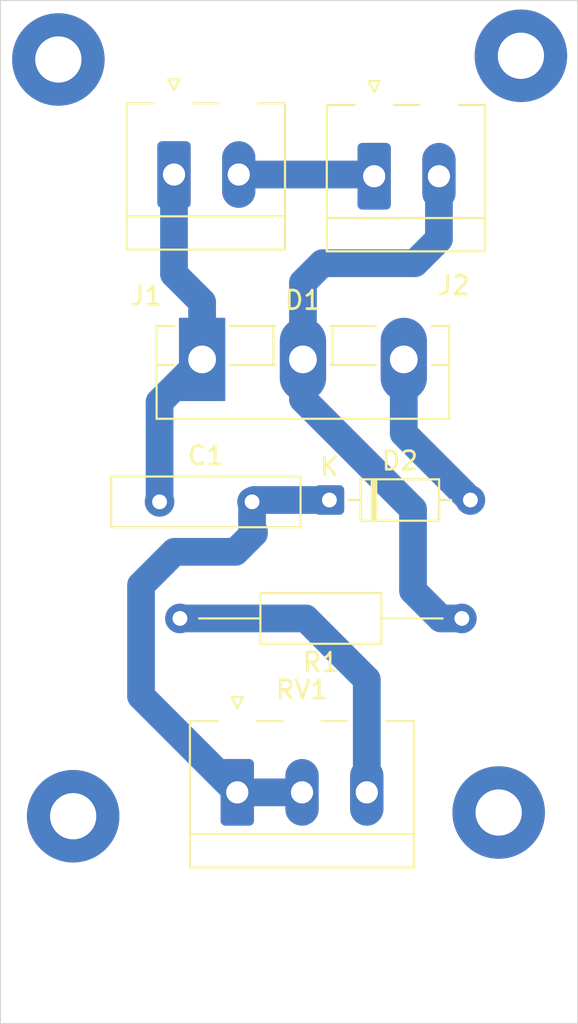
<source format=kicad_pcb>
(kicad_pcb (version 20241229) (generator "pcbnew") (generator_version "9.0")
  (title_block (title "Regulador de potencia") (date "2025-12-17") (rev "1.0") (company "Kits de electronica"))
  (layers (0 "F.Cu" signal) (2 "B.Cu" signal) (13 "F.Paste" user) (15 "B.Paste" user) (5 "F.SilkS" user "F.Silkscreen") (7 "B.SilkS" user "B.Silkscreen") (1 "F.Mask" user) (3 "B.Mask" user) (25 "Edge.Cuts" user))
  (net 0 "")
  (net 1 "Net-(D2-K)")
  (net 2 "Net-(D1-A1)")
  (net 3 "Net-(D1-A2)")
  (net 4 "Net-(D1-G)")
  (net 5 "Net-(J1-Pin_2)")
  (net 6 "Net-(R1-Pad2)")
  (footprint "missimbolos:pad" (layer "F.Cu") (at 155.6 58.4)
    (property "Reference" "PadPlaca2" (hide yes))
    (property "Value" "~" (hide yes))
    (pad "1" thru_hole circle (at 0.03 -0.01) (size 5 5) (drill 2.5) (layers "*.Cu" "*.Mask"))
  )
  (footprint "Conectores_screw:PhoenixContact_MKDS_1,5_3-19325191-1x03_P3.50mm" (layer "F.Cu") (at 140.3 95.66)
    (property "Reference" "RV1" (at 3.5 -3 0) (layer "F.SilkS"))
    (property "Value" "470K")
    (fp_line (start -2.56 -1.31) (end -2.56 6.6) (stroke (width 0.12)) (layer "F.SilkS"))
    (fp_line (start -2.56 -1.31) (end -1.05 -1.31) (stroke (width 0.12)) (layer "F.SilkS"))
    (fp_line (start -2.56 4.8) (end 9.56 4.8) (stroke (width 0.12)) (layer "F.SilkS"))
    (fp_line (start -2.56 6.6) (end 9.5 6.6) (stroke (width 0.12)) (layer "F.SilkS"))
    (fp_line (start -0.3 -2.6) (end 0.3 -2.6) (stroke (width 0.12)) (layer "F.SilkS"))
    (fp_line (start 0 -2) (end -0.3 -2.6) (stroke (width 0.12)) (layer "F.SilkS"))
    (fp_line (start 0.3 -2.6) (end 0 -2) (stroke (width 0.12)) (layer "F.SilkS"))
    (fp_line (start 1.05 -1.31) (end 2.45 -1.31) (stroke (width 0.12)) (layer "F.SilkS"))
    (fp_line (start 4.55 -1.31) (end 5.95 -1.31) (stroke (width 0.12)) (layer "F.SilkS"))
    (fp_line (start 9.56 -1.31) (end 8.05 -1.31) (stroke (width 0.12)) (layer "F.SilkS"))
    (fp_line (start 9.56 6.6) (end 9.56 -1.31) (stroke (width 0.12)) (layer "F.SilkS"))
    (pad "1" thru_hole roundrect (at 0 2.54) (size 1.8 3.6) (drill 1.2) (layers "*.Cu" "*.Mask") (roundrect_rratio 0.138889) (net 1 "Net-(D2-K)"))
    (pad "2" thru_hole oval (at 3.5 2.54) (size 1.8 3.6) (drill 1.2) (layers "*.Cu" "*.Mask") (net 1 "Net-(D2-K)"))
    (pad "3" thru_hole oval (at 7 2.54) (size 1.8 3.6) (drill 1.2) (layers "*.Cu" "*.Mask") (net 6 "Net-(R1-Pad2)"))
  )
  (footprint "missimbolos:pad" (layer "F.Cu") (at 131.4 99.5)
    (property "Reference" "PadPlaca4" (hide yes))
    (property "Value" "~" (hide yes))
    (pad "1" thru_hole circle (at 0.03 -0.01) (size 5 5) (drill 2.5) (layers "*.Cu" "*.Mask"))
  )
  (footprint "Capacitor_THT:C_Disc_D10.0mm_W2.5mm_P5.00mm" (layer "F.Cu") (at 136.1 82.5)
    (property "Reference" "C1" (at 2.5 -2.5 0) (layer "F.SilkS"))
    (property "Value" "100nF")
    (fp_line (start -2.62 -1.37) (end -2.62 1.37) (stroke (width 0.12)) (layer "F.SilkS"))
    (fp_line (start -2.62 -1.37) (end 7.62 -1.37) (stroke (width 0.12)) (layer "F.SilkS"))
    (fp_line (start -2.62 1.37) (end 7.62 1.37) (stroke (width 0.12)) (layer "F.SilkS"))
    (fp_line (start 7.62 -1.37) (end 7.62 1.37) (stroke (width 0.12)) (layer "F.SilkS"))
    (pad "1" thru_hole circle (at 0 0) (size 1.6 1.6) (drill 0.8) (layers "*.Cu" "*.Mask") (net 2 "Net-(D1-A1)"))
    (pad "2" thru_hole circle (at 5 0) (size 1.6 1.6) (drill 0.8) (layers "*.Cu" "*.Mask") (net 1 "Net-(D2-K)"))
  )
  (footprint "Conectores_screw:PhoenixContact_MKDS_1,5_2-1727010-1x02_P3.50mm" (layer "F.Cu") (at 147.7 62.36)
    (property "Reference" "J2" (at 4.3 8.44 0) (layer "F.SilkS"))
    (property "Value" "OUTPUT")
    (fp_line (start -2.56 -1.31) (end -2.56 6.6) (stroke (width 0.12)) (layer "F.SilkS"))
    (fp_line (start -2.56 -1.31) (end -1.05 -1.31) (stroke (width 0.12)) (layer "F.SilkS"))
    (fp_line (start -2.56 4.8) (end 6 4.8) (stroke (width 0.12)) (layer "F.SilkS"))
    (fp_line (start -2.56 6.6) (end 6 6.6) (stroke (width 0.12)) (layer "F.SilkS"))
    (fp_line (start -0.3 -2.6) (end 0.3 -2.6) (stroke (width 0.12)) (layer "F.SilkS"))
    (fp_line (start 0 -2) (end -0.3 -2.6) (stroke (width 0.12)) (layer "F.SilkS"))
    (fp_line (start 0.3 -2.6) (end 0 -2) (stroke (width 0.12)) (layer "F.SilkS"))
    (fp_line (start 1.05 -1.31) (end 2.45 -1.31) (stroke (width 0.12)) (layer "F.SilkS"))
    (fp_line (start 4.55 -1.31) (end 6 -1.31) (stroke (width 0.12)) (layer "F.SilkS"))
    (fp_line (start 6 6.6) (end 6 -1.31) (stroke (width 0.12)) (layer "F.SilkS"))
    (pad "1" thru_hole roundrect (at 0 2.54) (size 1.8 3.6) (drill 1.2) (layers "*.Cu" "*.Mask") (roundrect_rratio 0.138889) (net 5 "Net-(J1-Pin_2)"))
    (pad "2" thru_hole oval (at 3.5 2.54) (size 1.8 3.6) (drill 1.2) (layers "*.Cu" "*.Mask") (net 3 "Net-(D1-A2)"))
  )
  (footprint "Conectores_screw:PhoenixContact_MKDS_1,5_2-1727010-1x02_P3.50mm" (layer "F.Cu") (at 136.88 62.2675)
    (property "Reference" "J1" (at -1.5 9.1 0) (layer "F.SilkS"))
    (property "Value" "INPUT")
    (fp_line (start -2.56 -1.31) (end -2.56 6.6) (stroke (width 0.12)) (layer "F.SilkS"))
    (fp_line (start -2.56 -1.31) (end -1.05 -1.31) (stroke (width 0.12)) (layer "F.SilkS"))
    (fp_line (start -2.56 4.8) (end 6 4.8) (stroke (width 0.12)) (layer "F.SilkS"))
    (fp_line (start -2.56 6.6) (end 6 6.6) (stroke (width 0.12)) (layer "F.SilkS"))
    (fp_line (start -0.3 -2.6) (end 0.3 -2.6) (stroke (width 0.12)) (layer "F.SilkS"))
    (fp_line (start 0 -2) (end -0.3 -2.6) (stroke (width 0.12)) (layer "F.SilkS"))
    (fp_line (start 0.3 -2.6) (end 0 -2) (stroke (width 0.12)) (layer "F.SilkS"))
    (fp_line (start 1.05 -1.31) (end 2.45 -1.31) (stroke (width 0.12)) (layer "F.SilkS"))
    (fp_line (start 4.55 -1.31) (end 6 -1.31) (stroke (width 0.12)) (layer "F.SilkS"))
    (fp_line (start 6 6.6) (end 6 -1.31) (stroke (width 0.12)) (layer "F.SilkS"))
    (pad "1" thru_hole roundrect (at 0 2.54) (size 1.8 3.6) (drill 1.2) (layers "*.Cu" "*.Mask") (roundrect_rratio 0.138889) (net 2 "Net-(D1-A1)"))
    (pad "2" thru_hole oval (at 3.5 2.54) (size 1.8 3.6) (drill 1.2) (layers "*.Cu" "*.Mask") (net 5 "Net-(J1-Pin_2)"))
  )
  (footprint "Diode_THT:D_DO-35_SOD27_P7.62mm_Horizontal" (layer "F.Cu") (at 145.28 82.4)
    (property "Reference" "D2" (at 3.81 -2.12 0) (layer "F.SilkS"))
    (property "Value" "DB3")
    (fp_line (start 1.04 0) (end 1.69 0) (stroke (width 0.12)) (layer "F.SilkS"))
    (fp_line (start 2.29 -1.12) (end 2.29 1.12) (stroke (width 0.12)) (layer "F.SilkS"))
    (fp_line (start 2.41 -1.12) (end 2.41 1.12) (stroke (width 0.12)) (layer "F.SilkS"))
    (fp_line (start 2.53 -1.12) (end 2.53 1.12) (stroke (width 0.12)) (layer "F.SilkS"))
    (fp_line (start 6.58 0) (end 5.93 0) (stroke (width 0.12)) (layer "F.SilkS"))
    (fp_rect (start 1.69 -1.12) (end 5.93 1.12) (stroke (width 0.12)) (fill no) (layer "F.SilkS"))
    (fp_text user "K" (at 0 -1.8 0) (layer "F.SilkS"))
    (pad "1" thru_hole roundrect (at 0 0) (size 1.6 1.6) (drill 0.8) (layers "*.Cu" "*.Mask") (roundrect_rratio 0.15625) (net 1 "Net-(D2-K)"))
    (pad "2" thru_hole circle (at 7.62 0) (size 1.6 1.6) (drill 0.8) (layers "*.Cu" "*.Mask") (net 4 "Net-(D1-G)"))
  )
  (footprint "Package_TO_SOT_THT:TO-3PB-3_Vertical" (layer "F.Cu") (at 138.4 74.8)
    (property "Reference" "D1" (at 5.45 -3.2 0) (layer "F.SilkS"))
    (property "Value" "JST41Z-800")
    (fp_line (start -2.46 -1.81) (end -2.46 3.21) (stroke (width 0.12)) (layer "F.SilkS"))
    (fp_line (start -2.46 -1.81) (end -1.51 -1.81) (stroke (width 0.12)) (layer "F.SilkS"))
    (fp_line (start -2.46 0.3) (end -1.51 0.3) (stroke (width 0.12)) (layer "F.SilkS"))
    (fp_line (start -2.46 3.21) (end 13.36 3.21) (stroke (width 0.12)) (layer "F.SilkS"))
    (fp_line (start 1.51 -1.81) (end 3.94 -1.81) (stroke (width 0.12)) (layer "F.SilkS"))
    (fp_line (start 1.51 0.3) (end 3.94 0.3) (stroke (width 0.12)) (layer "F.SilkS"))
    (fp_line (start 3.85 -1.81) (end 3.85 0.3) (stroke (width 0.12)) (layer "F.SilkS"))
    (fp_line (start 6.96 -1.81) (end 9.39 -1.81) (stroke (width 0.12)) (layer "F.SilkS"))
    (fp_line (start 6.96 0.3) (end 9.39 0.3) (stroke (width 0.12)) (layer "F.SilkS"))
    (fp_line (start 7.05 -1.81) (end 7.05 0.3) (stroke (width 0.12)) (layer "F.SilkS"))
    (fp_line (start 12.41 -1.81) (end 13.36 -1.81) (stroke (width 0.12)) (layer "F.SilkS"))
    (fp_line (start 12.41 0.3) (end 13.36 0.3) (stroke (width 0.12)) (layer "F.SilkS"))
    (fp_line (start 13.36 -1.81) (end 13.36 3.21) (stroke (width 0.12)) (layer "F.SilkS"))
    (pad "1" thru_hole rect (at 0 0) (size 2.5 4.5) (drill 1.5) (layers "*.Cu" "*.Mask") (net 2 "Net-(D1-A1)"))
    (pad "2" thru_hole oval (at 5.45 0) (size 2.5 4.5) (drill 1.5) (layers "*.Cu" "*.Mask") (net 3 "Net-(D1-A2)"))
    (pad "3" thru_hole oval (at 10.9 0) (size 2.5 4.5) (drill 1.5) (layers "*.Cu" "*.Mask") (net 4 "Net-(D1-G)"))
  )
  (footprint "missimbolos:pad" (layer "F.Cu") (at 154.4 99.3)
    (property "Reference" "PadPlaca3" (hide yes))
    (property "Value" "~" (hide yes))
    (pad "1" thru_hole circle (at 0.03 -0.01) (size 5 5) (drill 2.5) (layers "*.Cu" "*.Mask"))
  )
  (footprint "missimbolos:pad" (layer "F.Cu") (at 130.6 58.6)
    (property "Reference" "PadPlaca1" (hide yes))
    (property "Value" "~" (hide yes))
    (pad "1" thru_hole circle (at 0.03 -0.01) (size 5 5) (drill 2.5) (layers "*.Cu" "*.Mask"))
  )
  (footprint "Resistor_THT:R_Axial_DIN0207_L6.3mm_D2.5mm_P15.24mm_Horizontal" (layer "F.Cu") (at 152.44 88.8 180)
    (property "Reference" "R1" (at 7.62 -2.37 0) (layer "F.SilkS"))
    (property "Value" "10K/2W")
    (fp_line (start 14.2 0) (end 10.89 0) (stroke (width 0.12)) (layer "F.SilkS"))
    (fp_line (start 1.04 0) (end 4.35 0) (stroke (width 0.12)) (layer "F.SilkS"))
    (fp_rect (start 4.35 -1.37) (end 10.89 1.37) (stroke (width 0.12)) (fill no) (layer "F.SilkS"))
    (pad "1" thru_hole circle (at 0 0 180) (size 1.6 1.6) (drill 0.8) (layers "*.Cu" "*.Mask") (net 3 "Net-(D1-A2)"))
    (pad "2" thru_hole circle (at 15.24 0 180) (size 1.6 1.6) (drill 0.8) (layers "*.Cu" "*.Mask") (net 6 "Net-(R1-Pad2)"))
  )
  (gr_rect (start 127.5 55.4) (end 158.7 110.7) (stroke (width 0.05)) (fill no) (layer "Edge.Cuts"))
  (segment (start 141.2 82.4) (end 141.1 82.5) (width 1.5) (layer "B.Cu") (net 1))
  (segment (start 141.2 84.2) (end 141.2 84.1) (width 1.5) (layer "B.Cu") (net 1))
  (segment (start 140.2 85.2) (end 141.2 84.2) (width 1.5) (layer "B.Cu") (net 1))
  (segment (start 141.1 84) (end 141.1 82.5) (width 1.5) (layer "B.Cu") (net 1))
  (segment (start 140.3 98.2) (end 135.1 93) (width 1.5) (layer "B.Cu") (net 1))
  (segment (start 145.28 82.4) (end 141.2 82.4) (width 1.5) (layer "B.Cu") (net 1))
  (segment (start 143.8 98.2) (end 140.3 98.2) (width 1.5) (layer "B.Cu") (net 1))
  (segment (start 135.1 87) (end 136.9 85.2) (width 1.5) (layer "B.Cu") (net 1))
  (segment (start 136.9 85.2) (end 140.2 85.2) (width 1.5) (layer "B.Cu") (net 1))
  (segment (start 141.2 84.1) (end 141.1 84) (width 1.5) (layer "B.Cu") (net 1))
  (segment (start 135.1 93) (end 135.1 87) (width 1.5) (layer "B.Cu") (net 1))
  (segment (start 136.1 77.1) (end 138.4 74.8) (width 1.5) (layer "B.Cu") (net 2))
  (segment (start 136.1 82.5) (end 136.1 77.1) (width 1.5) (layer "B.Cu") (net 2))
  (segment (start 138.4 71.7) (end 136.88 70.18) (width 1.5) (layer "B.Cu") (net 2))
  (segment (start 136.88 70.18) (end 136.88 64.8075) (width 1.5) (layer "B.Cu") (net 2))
  (segment (start 138.4 74.8) (end 138.4 71.7) (width 1.5) (layer "B.Cu") (net 2))
  (segment (start 149.8 87.3) (end 151.3 88.8) (width 1.5) (layer "B.Cu") (net 3))
  (segment (start 143.85 70.65) (end 143.85 74.8) (width 1.5) (layer "B.Cu") (net 3))
  (segment (start 143.85 76.95) (end 149.8 82.9) (width 1.5) (layer "B.Cu") (net 3))
  (segment (start 144.9 69.6) (end 143.85 70.65) (width 1.5) (layer "B.Cu") (net 3))
  (segment (start 143.85 74.8) (end 143.85 76.95) (width 1.5) (layer "B.Cu") (net 3))
  (segment (start 151.2 68.3) (end 149.9 69.6) (width 1.5) (layer "B.Cu") (net 3))
  (segment (start 151.2 64.9) (end 151.2 68.3) (width 1.5) (layer "B.Cu") (net 3))
  (segment (start 151.3 88.8) (end 152.44 88.8) (width 1.5) (layer "B.Cu") (net 3))
  (segment (start 149.9 69.6) (end 144.9 69.6) (width 1.5) (layer "B.Cu") (net 3))
  (segment (start 149.8 82.9) (end 149.8 87.3) (width 1.5) (layer "B.Cu") (net 3))
  (segment (start 149.3 74.8) (end 149.3 78.8) (width 1.5) (layer "B.Cu") (net 4))
  (segment (start 149.3 78.8) (end 152.9 82.4) (width 1.5) (layer "B.Cu") (net 4))
  (segment (start 140.38 64.8075) (end 147.6075 64.8075) (width 1.5) (layer "B.Cu") (net 5))
  (segment (start 147.6075 64.8075) (end 147.7 64.9) (width 1.5) (layer "B.Cu") (net 5))
  (segment (start 147.3 98.2) (end 147.3 92.1) (width 1.5) (layer "B.Cu") (net 6))
  (segment (start 144 88.8) (end 137.2 88.8) (width 1.5) (layer "B.Cu") (net 6))
  (segment (start 147.3 92.1) (end 144 88.8) (width 1.5) (layer "B.Cu") (net 6))
)
</source>
